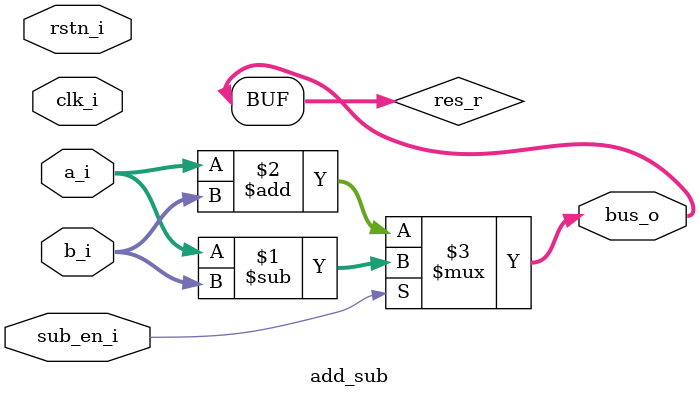
<source format=v>
module add_sub(
    input clk_i, 
    input rstn_i, 

    input[7:0] a_i, 
    input[7:0] b_i, 
    input sub_en_i, 
    
    output[7:0] bus_o);
    
//reg[7:0] a;
//reg[7:0] b;

//always @ (posedge clk_i, negedge rstn_i) begin
//    if (!rstn_i) begin
//        a <= 8'b0;
//        b <= 8'b0;
//    end else begin
//        a <= a_i;
//        b <= b_i;    
//    end
//end 

wire[7:0] res_r; // register stage added for metastability 
assign   res_r = sub_en_i ? (a_i-b_i) : (a_i+b_i); // assign out = condition ? val_if_true : val_if_false

assign bus_o = res_r;

endmodule
</source>
